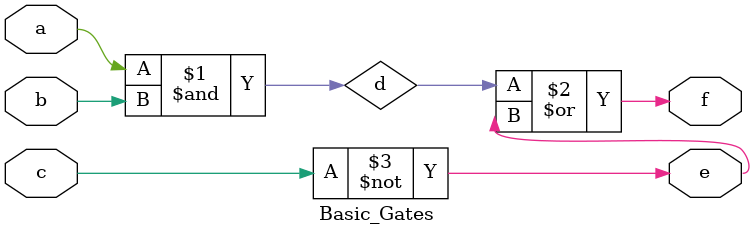
<source format=v>
`timescale 1ns / 1ps

module Basic_Gates(a, b, c, e, f);

  input a, b, c;
  output e, f;
  wire d;

  and g1(d, a, b);
  not g2(e, c);
  or g3(f, d, e);

endmodule

</source>
